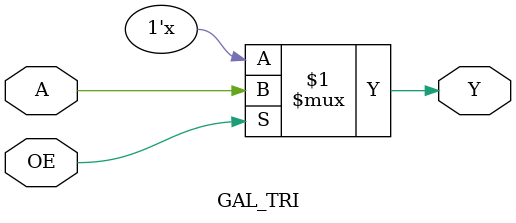
<source format=v>
module GAL_TRI (
    input A,
    input OE,
    output Y
);

assign Y = OE ? A : 1'bz;

endmodule

</source>
